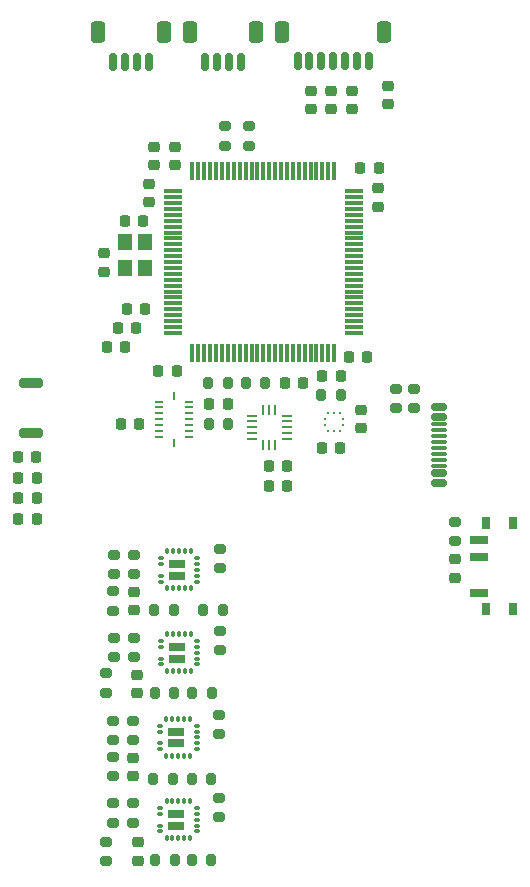
<source format=gbr>
%TF.GenerationSoftware,KiCad,Pcbnew,9.0.0*%
%TF.CreationDate,2025-04-29T18:34:20-04:00*%
%TF.ProjectId,Aurora Orbiton Edition,4175726f-7261-4204-9f72-6269746f6e20,rev?*%
%TF.SameCoordinates,Original*%
%TF.FileFunction,Paste,Top*%
%TF.FilePolarity,Positive*%
%FSLAX46Y46*%
G04 Gerber Fmt 4.6, Leading zero omitted, Abs format (unit mm)*
G04 Created by KiCad (PCBNEW 9.0.0) date 2025-04-29 18:34:20*
%MOMM*%
%LPD*%
G01*
G04 APERTURE LIST*
G04 Aperture macros list*
%AMRoundRect*
0 Rectangle with rounded corners*
0 $1 Rounding radius*
0 $2 $3 $4 $5 $6 $7 $8 $9 X,Y pos of 4 corners*
0 Add a 4 corners polygon primitive as box body*
4,1,4,$2,$3,$4,$5,$6,$7,$8,$9,$2,$3,0*
0 Add four circle primitives for the rounded corners*
1,1,$1+$1,$2,$3*
1,1,$1+$1,$4,$5*
1,1,$1+$1,$6,$7*
1,1,$1+$1,$8,$9*
0 Add four rect primitives between the rounded corners*
20,1,$1+$1,$2,$3,$4,$5,0*
20,1,$1+$1,$4,$5,$6,$7,0*
20,1,$1+$1,$6,$7,$8,$9,0*
20,1,$1+$1,$8,$9,$2,$3,0*%
G04 Aperture macros list end*
%ADD10RoundRect,0.225000X-0.250000X0.225000X-0.250000X-0.225000X0.250000X-0.225000X0.250000X0.225000X0*%
%ADD11RoundRect,0.200000X-0.275000X0.200000X-0.275000X-0.200000X0.275000X-0.200000X0.275000X0.200000X0*%
%ADD12RoundRect,0.200000X0.275000X-0.200000X0.275000X0.200000X-0.275000X0.200000X-0.275000X-0.200000X0*%
%ADD13RoundRect,0.200000X-0.800000X0.200000X-0.800000X-0.200000X0.800000X-0.200000X0.800000X0.200000X0*%
%ADD14R,1.200000X1.400000*%
%ADD15RoundRect,0.225000X-0.225000X-0.250000X0.225000X-0.250000X0.225000X0.250000X-0.225000X0.250000X0*%
%ADD16RoundRect,0.200000X-0.200000X-0.275000X0.200000X-0.275000X0.200000X0.275000X-0.200000X0.275000X0*%
%ADD17RoundRect,0.225000X0.225000X0.250000X-0.225000X0.250000X-0.225000X-0.250000X0.225000X-0.250000X0*%
%ADD18RoundRect,0.200000X0.200000X0.275000X-0.200000X0.275000X-0.200000X-0.275000X0.200000X-0.275000X0*%
%ADD19RoundRect,0.225000X0.250000X-0.225000X0.250000X0.225000X-0.250000X0.225000X-0.250000X-0.225000X0*%
%ADD20RoundRect,0.218750X-0.218750X-0.256250X0.218750X-0.256250X0.218750X0.256250X-0.218750X0.256250X0*%
%ADD21RoundRect,0.150000X-0.150000X-0.625000X0.150000X-0.625000X0.150000X0.625000X-0.150000X0.625000X0*%
%ADD22RoundRect,0.250000X-0.350000X-0.650000X0.350000X-0.650000X0.350000X0.650000X-0.350000X0.650000X0*%
%ADD23RoundRect,0.218750X-0.256250X0.218750X-0.256250X-0.218750X0.256250X-0.218750X0.256250X0.218750X0*%
%ADD24O,0.300000X0.650000*%
%ADD25O,0.650000X0.300000*%
%ADD26R,1.350000X0.800000*%
%ADD27RoundRect,0.075000X-0.725000X-0.075000X0.725000X-0.075000X0.725000X0.075000X-0.725000X0.075000X0*%
%ADD28RoundRect,0.075000X-0.075000X-0.725000X0.075000X-0.725000X0.075000X0.725000X-0.075000X0.725000X0*%
%ADD29RoundRect,0.150000X0.500000X-0.150000X0.500000X0.150000X-0.500000X0.150000X-0.500000X-0.150000X0*%
%ADD30RoundRect,0.075000X0.575000X-0.075000X0.575000X0.075000X-0.575000X0.075000X-0.575000X-0.075000X0*%
%ADD31R,0.800000X1.000000*%
%ADD32R,1.500000X0.700000*%
%ADD33R,0.830000X0.270000*%
%ADD34R,0.270000X0.830000*%
%ADD35R,0.675000X0.250000*%
%ADD36R,0.250000X0.675000*%
%ADD37R,0.275000X0.250000*%
%ADD38R,0.250000X0.275000*%
%ADD39RoundRect,0.218750X0.256250X-0.218750X0.256250X0.218750X-0.256250X0.218750X-0.256250X-0.218750X0*%
G04 APERTURE END LIST*
D10*
%TO.C,C45*%
X157540460Y-55064012D03*
X157540460Y-56614012D03*
%TD*%
D11*
%TO.C,R42*%
X134250000Y-108825000D03*
X134250000Y-110475000D03*
%TD*%
D12*
%TO.C,R39*%
X136000000Y-117475000D03*
X136000000Y-115825000D03*
%TD*%
%TO.C,R38*%
X136000000Y-110475000D03*
X136000000Y-108825000D03*
%TD*%
D13*
%TO.C,SW2*%
X127288760Y-80272440D03*
X127288760Y-84472440D03*
%TD*%
D14*
%TO.C,Y1*%
X137000000Y-70500000D03*
X137000000Y-68300000D03*
X135250000Y-68300000D03*
X135250000Y-70500000D03*
%TD*%
D10*
%TO.C,C23*%
X156750000Y-63750000D03*
X156750000Y-65300000D03*
%TD*%
D15*
%TO.C,C22*%
X151994920Y-79652368D03*
X153544920Y-79652368D03*
%TD*%
D11*
%TO.C,R47*%
X143250000Y-108349992D03*
X143250000Y-109999992D03*
%TD*%
D16*
%TO.C,R45*%
X137856851Y-120626004D03*
X139506851Y-120626004D03*
%TD*%
D11*
%TO.C,R53*%
X134250000Y-111899992D03*
X134250000Y-113549992D03*
%TD*%
D15*
%TO.C,C18*%
X148800000Y-80250000D03*
X150350000Y-80250000D03*
%TD*%
D10*
%TO.C,C48*%
X136000000Y-111949992D03*
X136000000Y-113499992D03*
%TD*%
D15*
%TO.C,C32*%
X154261390Y-78075753D03*
X155811390Y-78075753D03*
%TD*%
D17*
%TO.C,C29*%
X139653275Y-79250000D03*
X138103275Y-79250000D03*
%TD*%
%TO.C,C27*%
X136500000Y-83750000D03*
X134950000Y-83750000D03*
%TD*%
D12*
%TO.C,R3*%
X158200000Y-82375000D03*
X158200000Y-80725000D03*
%TD*%
D11*
%TO.C,R43*%
X134250000Y-115825000D03*
X134250000Y-117475000D03*
%TD*%
D16*
%TO.C,R15*%
X142350000Y-80250000D03*
X144000000Y-80250000D03*
%TD*%
D18*
%TO.C,R14*%
X153575000Y-81250000D03*
X151925000Y-81250000D03*
%TD*%
D19*
%TO.C,C36*%
X139500000Y-61775000D03*
X139500000Y-60225000D03*
%TD*%
D17*
%TO.C,C3*%
X136799884Y-66502317D03*
X135249884Y-66502317D03*
%TD*%
D20*
%TO.C,D5*%
X126212500Y-86500000D03*
X127787500Y-86500000D03*
%TD*%
D18*
%TO.C,R32*%
X142650000Y-106524992D03*
X141000000Y-106524992D03*
%TD*%
%TO.C,R49*%
X142575000Y-113749992D03*
X140925000Y-113749992D03*
%TD*%
D21*
%TO.C,J1*%
X134300000Y-53025000D03*
X135300000Y-53025000D03*
X136300000Y-53025000D03*
X137300000Y-53025000D03*
D22*
X133000000Y-50500000D03*
X138600000Y-50500000D03*
%TD*%
D21*
%TO.C,J6*%
X142100000Y-53025000D03*
X143100000Y-53025000D03*
X144100000Y-53025000D03*
X145100000Y-53025000D03*
D22*
X140800000Y-50500000D03*
X146400000Y-50500000D03*
%TD*%
D23*
%TO.C,D10*%
X152750000Y-55500000D03*
X152750000Y-57075000D03*
%TD*%
D11*
%TO.C,R24*%
X134325000Y-101800000D03*
X134325000Y-103450000D03*
%TD*%
D18*
%TO.C,R31*%
X143575000Y-99499992D03*
X141925000Y-99499992D03*
%TD*%
D19*
%TO.C,C31*%
X137750000Y-61775000D03*
X137750000Y-60225000D03*
%TD*%
D11*
%TO.C,R4*%
X163200000Y-92000000D03*
X163200000Y-93650000D03*
%TD*%
D24*
%TO.C,U12*%
X138809447Y-118761568D03*
X139309447Y-118761568D03*
X139809447Y-118761568D03*
X140309447Y-118761568D03*
X140809447Y-118761568D03*
D25*
X141359447Y-118211568D03*
X141359447Y-117711568D03*
X141359447Y-117211568D03*
X141359447Y-116711568D03*
X141359447Y-116211568D03*
D24*
X140809447Y-115661568D03*
X140309447Y-115661568D03*
X139809447Y-115661568D03*
X139309447Y-115661568D03*
X138809447Y-115661568D03*
D25*
X138259447Y-116211568D03*
X138259447Y-116711568D03*
X138259447Y-117711568D03*
X138259447Y-118211568D03*
D26*
X139639447Y-116711568D03*
X139639447Y-117711568D03*
%TD*%
D11*
%TO.C,R48*%
X143210812Y-115362264D03*
X143210812Y-117012264D03*
%TD*%
D20*
%TO.C,D6*%
X126250000Y-88250000D03*
X127825000Y-88250000D03*
%TD*%
D10*
%TO.C,C5*%
X133500000Y-69275000D03*
X133500000Y-70825000D03*
%TD*%
D27*
%TO.C,U3*%
X139325000Y-64000000D03*
X139325000Y-64500000D03*
X139325000Y-65000000D03*
X139325000Y-65500000D03*
X139325000Y-66000000D03*
X139325000Y-66500000D03*
X139325000Y-67000000D03*
X139325000Y-67500000D03*
X139325000Y-68000000D03*
X139325000Y-68500000D03*
X139325000Y-69000000D03*
X139325000Y-69500000D03*
X139325000Y-70000000D03*
X139325000Y-70500000D03*
X139325000Y-71000000D03*
X139325000Y-71500000D03*
X139325000Y-72000000D03*
X139325000Y-72500000D03*
X139325000Y-73000000D03*
X139325000Y-73500000D03*
X139325000Y-74000000D03*
X139325000Y-74500000D03*
X139325000Y-75000000D03*
X139325000Y-75500000D03*
X139325000Y-76000000D03*
D28*
X141000000Y-77675000D03*
X141500000Y-77675000D03*
X142000000Y-77675000D03*
X142500000Y-77675000D03*
X143000000Y-77675000D03*
X143500000Y-77675000D03*
X144000000Y-77675000D03*
X144500000Y-77675000D03*
X145000000Y-77675000D03*
X145500000Y-77675000D03*
X146000000Y-77675000D03*
X146500000Y-77675000D03*
X147000000Y-77675000D03*
X147500000Y-77675000D03*
X148000000Y-77675000D03*
X148500000Y-77675000D03*
X149000000Y-77675000D03*
X149500000Y-77675000D03*
X150000000Y-77675000D03*
X150500000Y-77675000D03*
X151000000Y-77675000D03*
X151500000Y-77675000D03*
X152000000Y-77675000D03*
X152500000Y-77675000D03*
X153000000Y-77675000D03*
D27*
X154675000Y-76000000D03*
X154675000Y-75500000D03*
X154675000Y-75000000D03*
X154675000Y-74500000D03*
X154675000Y-74000000D03*
X154675000Y-73500000D03*
X154675000Y-73000000D03*
X154675000Y-72500000D03*
X154675000Y-72000000D03*
X154675000Y-71500000D03*
X154675000Y-71000000D03*
X154675000Y-70500000D03*
X154675000Y-70000000D03*
X154675000Y-69500000D03*
X154675000Y-69000000D03*
X154675000Y-68500000D03*
X154675000Y-68000000D03*
X154675000Y-67500000D03*
X154675000Y-67000000D03*
X154675000Y-66500000D03*
X154675000Y-66000000D03*
X154675000Y-65500000D03*
X154675000Y-65000000D03*
X154675000Y-64500000D03*
X154675000Y-64000000D03*
D28*
X153000000Y-62325000D03*
X152500000Y-62325000D03*
X152000000Y-62325000D03*
X151500000Y-62325000D03*
X151000000Y-62325000D03*
X150500000Y-62325000D03*
X150000000Y-62325000D03*
X149500000Y-62325000D03*
X149000000Y-62325000D03*
X148500000Y-62325000D03*
X148000000Y-62325000D03*
X147500000Y-62325000D03*
X147000000Y-62325000D03*
X146500000Y-62325000D03*
X146000000Y-62325000D03*
X145500000Y-62325000D03*
X145000000Y-62325000D03*
X144500000Y-62325000D03*
X144000000Y-62325000D03*
X143500000Y-62325000D03*
X143000000Y-62325000D03*
X142500000Y-62325000D03*
X142000000Y-62325000D03*
X141500000Y-62325000D03*
X141000000Y-62325000D03*
%TD*%
D11*
%TO.C,R29*%
X143325000Y-94274992D03*
X143325000Y-95924992D03*
%TD*%
%TO.C,R35*%
X133650000Y-104825000D03*
X133650000Y-106475000D03*
%TD*%
D10*
%TO.C,C41*%
X136300000Y-104949992D03*
X136300000Y-106499992D03*
%TD*%
D17*
%TO.C,C34*%
X135325000Y-77200000D03*
X133775000Y-77200000D03*
%TD*%
D24*
%TO.C,U11*%
X138800000Y-111799992D03*
X139300000Y-111799992D03*
X139800000Y-111799992D03*
X140300000Y-111799992D03*
X140800000Y-111799992D03*
D25*
X141350000Y-111249992D03*
X141350000Y-110749992D03*
X141350000Y-110249992D03*
X141350000Y-109749992D03*
X141350000Y-109249992D03*
D24*
X140800000Y-108699992D03*
X140300000Y-108699992D03*
X139800000Y-108699992D03*
X139300000Y-108699992D03*
X138800000Y-108699992D03*
D25*
X138250000Y-109249992D03*
X138250000Y-109749992D03*
X138250000Y-110749992D03*
X138250000Y-111249992D03*
D26*
X139630000Y-109749992D03*
X139630000Y-110749992D03*
%TD*%
D18*
%TO.C,R19*%
X144016680Y-83750000D03*
X142366680Y-83750000D03*
%TD*%
D11*
%TO.C,R30*%
X143325000Y-101199992D03*
X143325000Y-102849992D03*
%TD*%
D19*
%TO.C,C21*%
X155250000Y-84037500D03*
X155250000Y-82487500D03*
%TD*%
D15*
%TO.C,C24*%
X147475000Y-87250000D03*
X149025000Y-87250000D03*
%TD*%
D10*
%TO.C,C40*%
X136050000Y-97949992D03*
X136050000Y-99499992D03*
%TD*%
D16*
%TO.C,R28*%
X137825000Y-106500000D03*
X139475000Y-106500000D03*
%TD*%
D11*
%TO.C,R23*%
X134325000Y-94775000D03*
X134325000Y-96425000D03*
%TD*%
D20*
%TO.C,D8*%
X126250000Y-91750000D03*
X127825000Y-91750000D03*
%TD*%
D10*
%TO.C,C49*%
X136400000Y-119125000D03*
X136400000Y-120675000D03*
%TD*%
D11*
%TO.C,R34*%
X134300000Y-97875000D03*
X134300000Y-99525000D03*
%TD*%
D24*
%TO.C,U9*%
X138875000Y-97599992D03*
X139375000Y-97599992D03*
X139875000Y-97599992D03*
X140375000Y-97599992D03*
X140875000Y-97599992D03*
D25*
X141425000Y-97049992D03*
X141425000Y-96549992D03*
X141425000Y-96049992D03*
X141425000Y-95549992D03*
X141425000Y-95049992D03*
D24*
X140875000Y-94499992D03*
X140375000Y-94499992D03*
X139875000Y-94499992D03*
X139375000Y-94499992D03*
X138875000Y-94499992D03*
D25*
X138325000Y-95049992D03*
X138325000Y-95549992D03*
X138325000Y-96549992D03*
X138325000Y-97049992D03*
D26*
X139705000Y-95549992D03*
X139705000Y-96549992D03*
%TD*%
D17*
%TO.C,C33*%
X136250000Y-75600000D03*
X134700000Y-75600000D03*
%TD*%
D20*
%TO.C,D7*%
X126250000Y-90000000D03*
X127825000Y-90000000D03*
%TD*%
D29*
%TO.C,J2*%
X161880000Y-88700000D03*
X161880000Y-87900000D03*
D30*
X161880000Y-86750000D03*
X161880000Y-85750000D03*
X161880000Y-85250000D03*
X161880000Y-84250000D03*
D29*
X161880000Y-83100000D03*
X161880000Y-82300000D03*
X161880000Y-82300000D03*
X161880000Y-83100000D03*
D30*
X161880000Y-83750000D03*
X161880000Y-84750000D03*
X161880000Y-86250000D03*
X161880000Y-87250000D03*
D29*
X161880000Y-87900000D03*
X161880000Y-88700000D03*
%TD*%
D16*
%TO.C,R27*%
X137750000Y-99499992D03*
X139400000Y-99499992D03*
%TD*%
%TO.C,R44*%
X137675000Y-113749992D03*
X139325000Y-113749992D03*
%TD*%
D12*
%TO.C,R20*%
X136075000Y-96425000D03*
X136075000Y-94775000D03*
%TD*%
D31*
%TO.C,SW1*%
X165890000Y-99400000D03*
X168100000Y-99400000D03*
X165890000Y-92100000D03*
X168100000Y-92100000D03*
D32*
X165240000Y-98000000D03*
X165240000Y-95000000D03*
X165240000Y-93500000D03*
%TD*%
D23*
%TO.C,D11*%
X154500000Y-55500000D03*
X154500000Y-57075000D03*
%TD*%
D33*
%TO.C,U6*%
X148970000Y-85000000D03*
X148970000Y-84500000D03*
X148970000Y-84000000D03*
X148970000Y-83500000D03*
X148970000Y-83000000D03*
D34*
X148000000Y-82530000D03*
X147500000Y-82530000D03*
X147000000Y-82530000D03*
D33*
X146030000Y-83000000D03*
X146030000Y-83500000D03*
X146030000Y-84000000D03*
X146030000Y-84500000D03*
X146030000Y-85000000D03*
D34*
X147000000Y-85470000D03*
X147500000Y-85470000D03*
X148000000Y-85470000D03*
%TD*%
D11*
%TO.C,R12*%
X145750000Y-58500000D03*
X145750000Y-60150000D03*
%TD*%
D19*
%TO.C,C30*%
X137362818Y-64935932D03*
X137362818Y-63385932D03*
%TD*%
D15*
%TO.C,C37*%
X155225000Y-62000000D03*
X156775000Y-62000000D03*
%TD*%
D17*
%TO.C,C35*%
X137025000Y-74000000D03*
X135475000Y-74000000D03*
%TD*%
D11*
%TO.C,R13*%
X143750000Y-58500000D03*
X143750000Y-60150000D03*
%TD*%
%TO.C,R54*%
X133650000Y-119075000D03*
X133650000Y-120725000D03*
%TD*%
D24*
%TO.C,U10*%
X138875000Y-104624992D03*
X139375000Y-104624992D03*
X139875000Y-104624992D03*
X140375000Y-104624992D03*
X140875000Y-104624992D03*
D25*
X141425000Y-104074992D03*
X141425000Y-103574992D03*
X141425000Y-103074992D03*
X141425000Y-102574992D03*
X141425000Y-102074992D03*
D24*
X140875000Y-101524992D03*
X140375000Y-101524992D03*
X139875000Y-101524992D03*
X139375000Y-101524992D03*
X138875000Y-101524992D03*
D25*
X138325000Y-102074992D03*
X138325000Y-102574992D03*
X138325000Y-103574992D03*
X138325000Y-104074992D03*
D26*
X139705000Y-102574992D03*
X139705000Y-103574992D03*
%TD*%
D15*
%TO.C,C26*%
X142418346Y-82000000D03*
X143968346Y-82000000D03*
%TD*%
D21*
%TO.C,J3*%
X149909968Y-53020433D03*
X150909968Y-53020433D03*
X151909968Y-53020433D03*
X152909968Y-53020433D03*
X153909968Y-53020433D03*
X154909968Y-53020433D03*
X155909968Y-53020433D03*
D22*
X148609968Y-50495433D03*
X157209968Y-50495433D03*
%TD*%
D35*
%TO.C,U5*%
X140686159Y-81813322D03*
X140686159Y-82313322D03*
X140686159Y-82813322D03*
X140686159Y-83313322D03*
X140686159Y-83813322D03*
X140686159Y-84313322D03*
X140686159Y-84813322D03*
D36*
X139423659Y-85325822D03*
D35*
X138161159Y-84813322D03*
X138161159Y-84313322D03*
X138161159Y-83813322D03*
X138161159Y-83313322D03*
X138161159Y-82813322D03*
X138161159Y-82313322D03*
X138161159Y-81813322D03*
D36*
X139423659Y-81300822D03*
%TD*%
D18*
%TO.C,R50*%
X142599391Y-120629219D03*
X140949391Y-120629219D03*
%TD*%
D15*
%TO.C,C25*%
X147475000Y-89000000D03*
X149025000Y-89000000D03*
%TD*%
D18*
%TO.C,R16*%
X147150000Y-80250000D03*
X145500000Y-80250000D03*
%TD*%
D12*
%TO.C,R5*%
X159750000Y-82400000D03*
X159750000Y-80750000D03*
%TD*%
D37*
%TO.C,U4*%
X153762500Y-83762500D03*
X153762500Y-83262500D03*
D38*
X153500000Y-82750000D03*
X153000000Y-82750000D03*
X152500000Y-82750000D03*
D37*
X152237500Y-83262500D03*
X152237500Y-83762500D03*
D38*
X152500000Y-84275000D03*
X153000000Y-84275000D03*
X153500000Y-84275000D03*
%TD*%
D17*
%TO.C,C20*%
X153525000Y-85762500D03*
X151975000Y-85762500D03*
%TD*%
D39*
%TO.C,D2*%
X163200000Y-96737500D03*
X163200000Y-95162500D03*
%TD*%
D23*
%TO.C,D9*%
X151000000Y-55500000D03*
X151000000Y-57075000D03*
%TD*%
D12*
%TO.C,R21*%
X136075000Y-103450000D03*
X136075000Y-101800000D03*
%TD*%
M02*

</source>
